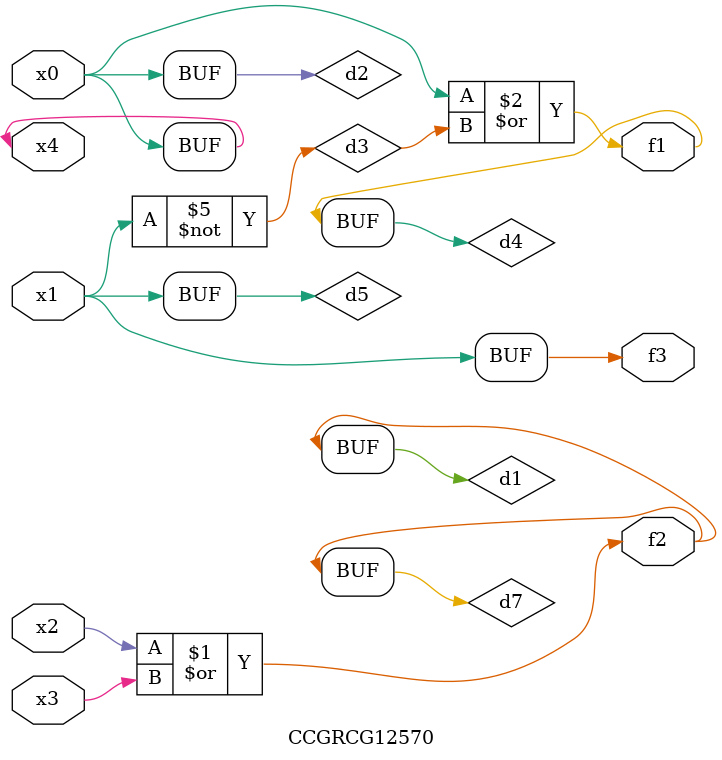
<source format=v>
module CCGRCG12570(
	input x0, x1, x2, x3, x4,
	output f1, f2, f3
);

	wire d1, d2, d3, d4, d5, d6, d7;

	or (d1, x2, x3);
	buf (d2, x0, x4);
	not (d3, x1);
	or (d4, d2, d3);
	not (d5, d3);
	nand (d6, d1, d3);
	or (d7, d1);
	assign f1 = d4;
	assign f2 = d7;
	assign f3 = d5;
endmodule

</source>
